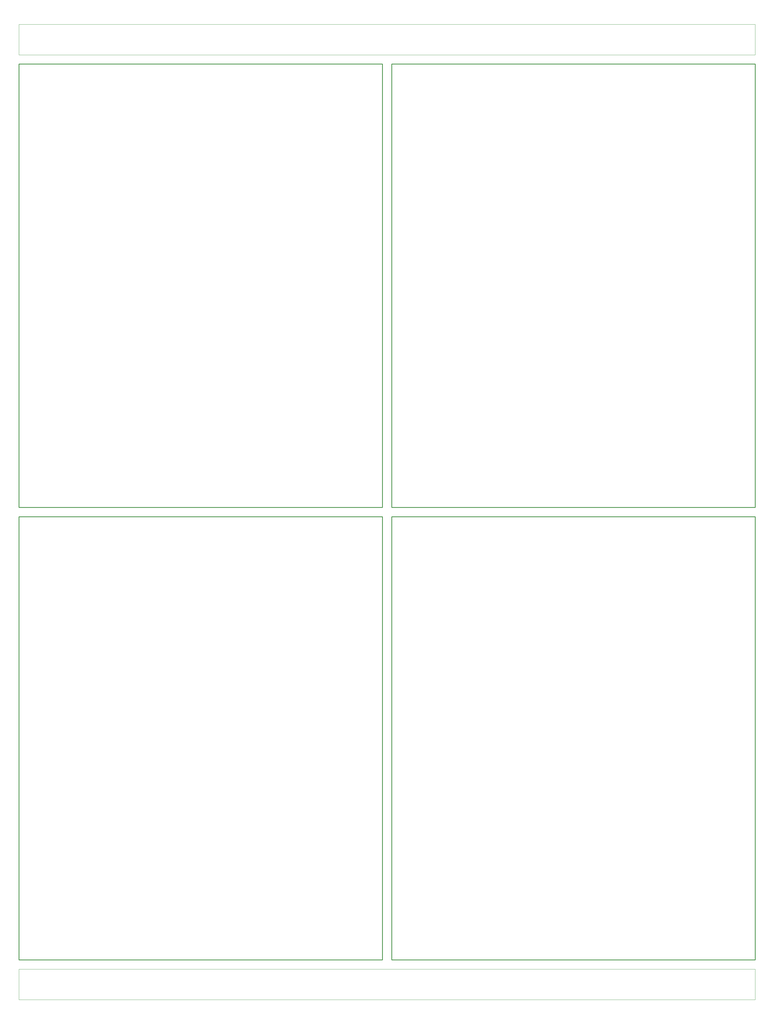
<source format=gm1>
%MOIN*%
%OFA0B0*%
%FSLAX44Y44*%
%IPPOS*%
%LPD*%
%ADD23C,0.01*%
%ADD34C,0.01*%
%ADD35C,0.01*%
%ADD36C,0.01*%
%ADD37C,0.001*%
%ADD38C,0.001*%
G01*
G75*
D23*
X00000000Y00062204D02*
X00046850Y00062204D01*
X00046850Y00005118D02*
X00046850Y00062204D01*
X00000000Y00005118D02*
X00046850Y00005118D01*
X00000000Y00005118D02*
X00000000Y00062204D01*
G04 next file*
G04 Layer_Color=16711935*
G04 skipping 71
G01*
G75*
D34*
X00000000Y00120472D02*
X00046850Y00120472D01*
X00046850Y00063385D02*
X00046850Y00120472D01*
X00000000Y00063385D02*
X00046850Y00063385D01*
X00000000Y00063385D02*
X00000000Y00120472D01*
G04 next file*
G04 Layer_Color=16711935*
G04 skipping 71
G01*
G75*
D35*
X00048031Y00062204D02*
X00094881Y00062204D01*
X00094881Y00005118D02*
X00094881Y00062204D01*
X00048031Y00005118D02*
X00094881Y00005118D01*
X00048031Y00005118D02*
X00048031Y00062204D01*
G04 next file*
G04 Layer_Color=16711935*
G04 skipping 71
G01*
G75*
D36*
X00048031Y00120472D02*
X00094881Y00120472D01*
X00094881Y00063385D02*
X00094881Y00120472D01*
X00048031Y00063385D02*
X00094881Y00063385D01*
X00048031Y00063385D02*
X00048031Y00120472D01*
G04 next file*
G04 Layer_Color=16711935*
G04 skipping 71
G01*
G75*
D37*
X00094881Y00121653D02*
X00094881Y00125590D01*
X00000000Y00125590D02*
X00094881Y00125590D01*
X00000000Y00121653D02*
X00000000Y00125590D01*
X00000000Y00121653D02*
X00094881Y00121653D01*
G04 next file*
G04 Layer_Color=16711935*
G04 skipping 71
G01*
G75*
D38*
X00000000Y00003937D02*
X00000000Y00000000D01*
X00094881Y00000000D02*
X00000000Y00000000D01*
X00094881Y00003937D02*
X00094881Y00000000D01*
X00094881Y00003937D02*
X00000000Y00003937D01*
M02*
</source>
